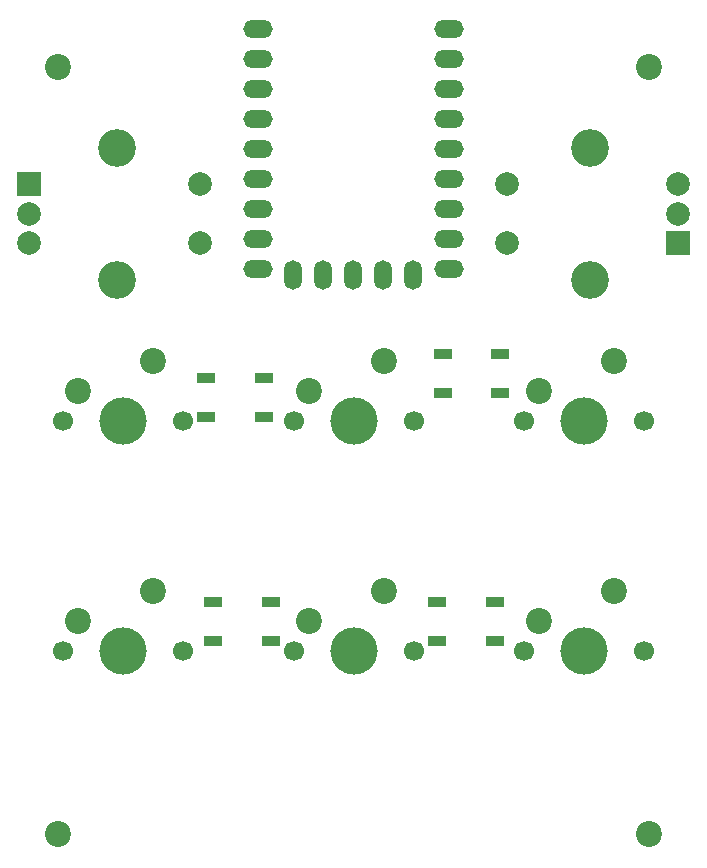
<source format=gbr>
%TF.GenerationSoftware,KiCad,Pcbnew,8.0.5*%
%TF.CreationDate,2025-01-14T19:01:26+01:00*%
%TF.ProjectId,rp_2040_pad_pre,72705f32-3034-4305-9f70-61645f707265,rev?*%
%TF.SameCoordinates,Original*%
%TF.FileFunction,Soldermask,Bot*%
%TF.FilePolarity,Negative*%
%FSLAX46Y46*%
G04 Gerber Fmt 4.6, Leading zero omitted, Abs format (unit mm)*
G04 Created by KiCad (PCBNEW 8.0.5) date 2025-01-14 19:01:26*
%MOMM*%
%LPD*%
G01*
G04 APERTURE LIST*
%ADD10C,2.000000*%
%ADD11C,3.200000*%
%ADD12R,2.000000X2.000000*%
%ADD13C,2.200000*%
%ADD14C,1.700000*%
%ADD15C,4.000000*%
%ADD16R,1.500000X0.900000*%
%ADD17O,2.500000X1.500000*%
%ADD18O,1.500000X2.500000*%
G04 APERTURE END LIST*
D10*
%TO.C,SW8*%
X162975000Y-84975000D03*
X162975000Y-79975000D03*
D11*
X169975000Y-76875000D03*
X169975000Y-88075000D03*
D10*
X177475000Y-82475000D03*
X177475000Y-79975000D03*
D12*
X177475000Y-84975000D03*
%TD*%
D13*
%TO.C,SW7*%
X165690000Y-116960000D03*
X172040000Y-114420000D03*
D14*
X174580000Y-119500000D03*
D15*
X169500000Y-119500000D03*
D14*
X164420000Y-119500000D03*
%TD*%
D13*
%TO.C,SW6*%
X165690000Y-97460000D03*
X172040000Y-94920000D03*
D14*
X174580000Y-100000000D03*
D15*
X169500000Y-100000000D03*
D14*
X164420000Y-100000000D03*
%TD*%
D13*
%TO.C,SW5*%
X146190000Y-116960000D03*
X152540000Y-114420000D03*
D14*
X155080000Y-119500000D03*
D15*
X150000000Y-119500000D03*
D14*
X144920000Y-119500000D03*
%TD*%
D13*
%TO.C,SW4*%
X146190000Y-97460000D03*
X152540000Y-94920000D03*
D14*
X155080000Y-100000000D03*
D15*
X150000000Y-100000000D03*
D14*
X144920000Y-100000000D03*
%TD*%
D10*
%TO.C,SW3*%
X136975000Y-79975000D03*
X136975000Y-84975000D03*
D11*
X129975000Y-88075000D03*
X129975000Y-76875000D03*
D10*
X122475000Y-82475000D03*
X122475000Y-84975000D03*
D12*
X122475000Y-79975000D03*
%TD*%
D13*
%TO.C,SW2*%
X126690000Y-116960000D03*
X133040000Y-114420000D03*
D14*
X135580000Y-119500000D03*
D15*
X130500000Y-119500000D03*
D14*
X125420000Y-119500000D03*
%TD*%
D13*
%TO.C,SW1*%
X126690000Y-97460000D03*
X133040000Y-94920000D03*
D14*
X135580000Y-100000000D03*
D15*
X130500000Y-100000000D03*
D14*
X125420000Y-100000000D03*
%TD*%
D13*
%TO.C,H4*%
X175000000Y-135000000D03*
%TD*%
%TO.C,H3*%
X125000000Y-134950000D03*
%TD*%
%TO.C,H2*%
X175000000Y-70000000D03*
%TD*%
%TO.C,H1*%
X125000000Y-70000000D03*
%TD*%
D16*
%TO.C,D11*%
X161975000Y-115325000D03*
X161975000Y-118625000D03*
X157075000Y-118625000D03*
X157075000Y-115325000D03*
%TD*%
%TO.C,D8*%
X142975000Y-115325000D03*
X142975000Y-118625000D03*
X138075000Y-118625000D03*
X138075000Y-115325000D03*
%TD*%
%TO.C,D2*%
X162425000Y-94325000D03*
X162425000Y-97625000D03*
X157525000Y-97625000D03*
X157525000Y-94325000D03*
%TD*%
%TO.C,D1*%
X137525000Y-96325000D03*
X137525000Y-99625000D03*
X142425000Y-99625000D03*
X142425000Y-96325000D03*
%TD*%
D17*
%TO.C,U1*%
X141855000Y-66815000D03*
X141855000Y-69355000D03*
X141855000Y-71895000D03*
X141855000Y-74435000D03*
X141855000Y-76975000D03*
X141855000Y-79515000D03*
X141855000Y-82055000D03*
X141855000Y-84595000D03*
X141855000Y-87135000D03*
D18*
X144895000Y-87635000D03*
X147435000Y-87635000D03*
X149975000Y-87635000D03*
X152515000Y-87635000D03*
X155055000Y-87635000D03*
D17*
X158095000Y-87135000D03*
X158095000Y-84595000D03*
X158095000Y-82055000D03*
X158095000Y-79515000D03*
X158095000Y-76975000D03*
X158095000Y-74435000D03*
X158095000Y-71895000D03*
X158095000Y-69355000D03*
X158095000Y-66815000D03*
%TD*%
M02*

</source>
